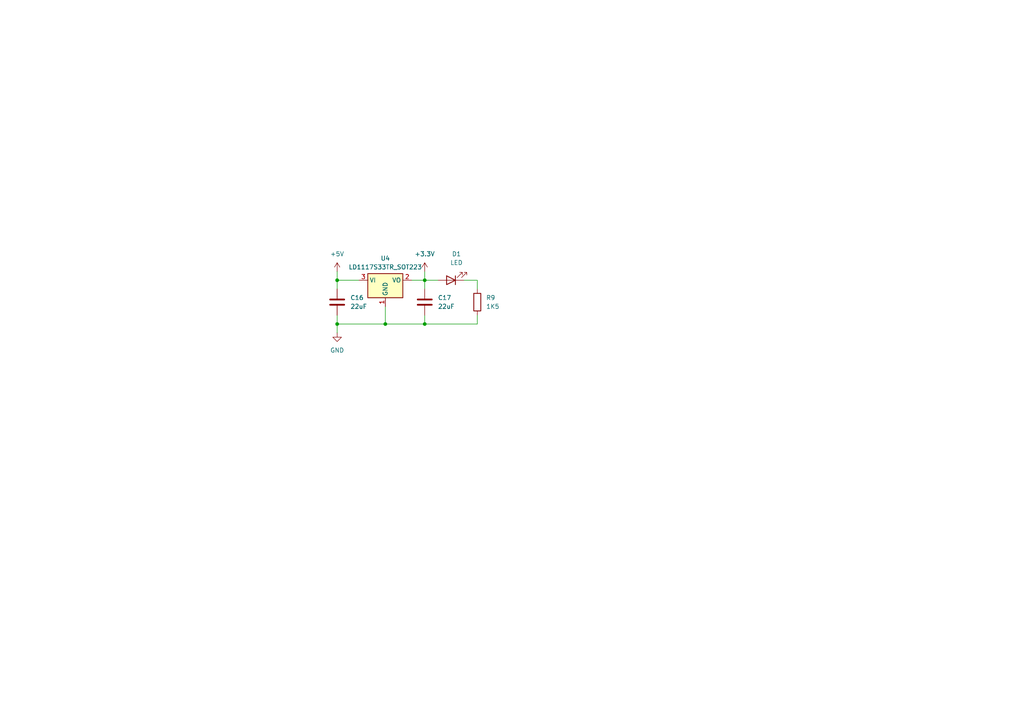
<source format=kicad_sch>
(kicad_sch (version 20231120) (generator "eeschema") (generator_version "8.0")
  (paper "A4")
  (lib_symbols
    (symbol "Device:C" (pin_numbers hide) (pin_names (offset 0.254))
      (property "Reference" "C" (at 0.635 2.54 0))
      (property "Value" "C" (at 0.635 -2.54 0))
      (symbol "C_0_1"
        (polyline (pts (xy -2.032 -0.762) (xy 2.032 -0.762)) (stroke (width 0.508)))
        (polyline (pts (xy -2.032 0.762) (xy 2.032 0.762)) (stroke (width 0.508)))
      )
      (symbol "C_1_1"
        (pin passive line (at 0 3.81 270) (length 2.794) (name "~") (number "1"))
        (pin passive line (at 0 -3.81 90) (length 2.794) (name "~") (number "2"))
      )
    )
    (symbol "Device:LED" (pin_numbers hide) (pin_names (offset 1.016) hide)
      (property "Reference" "D" (at 0 2.54 0))
      (property "Value" "LED" (at 0 -2.54 0))
      (symbol "LED_0_1"
        (polyline (pts (xy -1.27 -1.27) (xy -1.27 1.27)) (stroke (width 0.254)))
        (polyline (pts (xy -1.27 0) (xy 1.27 0)))
        (polyline (pts (xy 1.27 -1.27) (xy 1.27 1.27) (xy -1.27 0) (xy 1.27 -1.27)) (stroke (width 0.254)))
        (polyline (pts (xy -3.048 -0.762) (xy -4.572 -2.286) (xy -3.81 -2.286) (xy -4.572 -2.286) (xy -4.572 -1.524)))
        (polyline (pts (xy -1.778 -0.762) (xy -3.302 -2.286) (xy -2.54 -2.286) (xy -3.302 -2.286) (xy -3.302 -1.524)))
      )
      (symbol "LED_1_1"
        (pin passive line (at -3.81 0 0) (length 2.54) (name "K") (number "1"))
        (pin passive line (at 3.81 0 180) (length 2.54) (name "A") (number "2"))
      )
    )
    (symbol "Device:R" (pin_numbers hide) (pin_names (offset 0))
      (property "Reference" "R" (at 2.032 0 90))
      (property "Value" "R" (at 0 0 90))
      (symbol "R_0_1"
        (rectangle (start -1.016 -2.54) (end 1.016 2.54) (stroke (width 0.254)))
      )
      (symbol "R_1_1"
        (pin passive line (at 0 3.81 270) (length 1.27) (name "~") (number "1"))
        (pin passive line (at 0 -3.81 90) (length 1.27) (name "~") (number "2"))
      )
    )
    (symbol "Regulator_Linear:LD1117S33TR_SOT223"
      (property "Reference" "U" (at -3.81 3.175 0))
      (property "Value" "LD1117S33TR_SOT223" (at 0 3.175 0))
      (symbol "LD1117S33TR_SOT223_0_1"
        (rectangle (start -5.08 -5.08) (end 5.08 1.905) (stroke (width 0.254)) (fill (type background)))
      )
      (symbol "LD1117S33TR_SOT223_1_1"
        (pin power_in line (at 0 -7.62 90) (length 2.54) (name "GND") (number "1"))
        (pin power_out line (at 7.62 0 180) (length 2.54) (name "VO") (number "2"))
        (pin power_in line (at -7.62 0 0) (length 2.54) (name "VI") (number "3"))
      )
    )
    (symbol "power:+3.3V" (power) (pin_numbers hide) (pin_names (offset 0) hide)
      (property "Value" "+3.3V" (at 0 3.556 0))
      (symbol "+3.3V_0_1"
        (polyline (pts (xy -0.762 1.27) (xy 0 2.54)))
        (polyline (pts (xy 0 0) (xy 0 2.54)))
        (polyline (pts (xy 0 2.54) (xy 0.762 1.27)))
      )
      (symbol "+3.3V_1_1"
        (pin power_in line (at 0 0 90) (length 0) (name "~") (number "1"))
      )
    )
    (symbol "power:+5V" (power) (pin_numbers hide) (pin_names (offset 0) hide)
      (property "Value" "+5V" (at 0 3.556 0))
      (symbol "+5V_0_1"
        (polyline (pts (xy -0.762 1.27) (xy 0 2.54)))
        (polyline (pts (xy 0 0) (xy 0 2.54)))
        (polyline (pts (xy 0 2.54) (xy 0.762 1.27)))
      )
      (symbol "+5V_1_1"
        (pin power_in line (at 0 0 90) (length 0) (name "~") (number "1"))
      )
    )
    (symbol "power:GND" (power) (pin_numbers hide) (pin_names (offset 0) hide)
      (property "Value" "GND" (at 0 -3.81 0))
      (symbol "GND_0_1"
        (polyline (pts (xy 0 0) (xy 0 -1.27) (xy 1.27 -1.27) (xy 0 -2.54) (xy -1.27 -1.27) (xy 0 -1.27)))
      )
      (symbol "GND_1_1"
        (pin power_in line (at 0 0 270) (length 0) (name "~") (number "1"))
      )
    )
  )
  (junction (at 111.76 93.98))
  (junction (at 123.19 81.28))
  (junction (at 97.79 93.98))
  (junction (at 123.19 93.98))
  (junction (at 97.79 81.28))
  (wire (pts (xy 138.43 81.28) (xy 134.62 81.28)))
  (wire (pts (xy 123.19 81.28) (xy 119.38 81.28)))
  (wire (pts (xy 138.43 83.82) (xy 138.43 81.28)))
  (wire (pts (xy 138.43 93.98) (xy 138.43 91.44)))
  (wire (pts (xy 97.79 83.82) (xy 97.79 81.28)))
  (wire (pts (xy 111.76 93.98) (xy 123.19 93.98)))
  (wire (pts (xy 123.19 91.44) (xy 123.19 93.98)))
  (wire (pts (xy 97.79 93.98) (xy 97.79 91.44)))
  (wire (pts (xy 123.19 83.82) (xy 123.19 81.28)))
  (wire (pts (xy 111.76 93.98) (xy 97.79 93.98)))
  (wire (pts (xy 97.79 81.28) (xy 104.14 81.28)))
  (wire (pts (xy 123.19 78.74) (xy 123.19 81.28)))
  (wire (pts (xy 97.79 78.74) (xy 97.79 81.28)))
  (wire (pts (xy 123.19 93.98) (xy 138.43 93.98)))
  (wire (pts (xy 111.76 88.9) (xy 111.76 93.98)))
  (wire (pts (xy 97.79 96.52) (xy 97.79 93.98)))
  (wire (pts (xy 127 81.28) (xy 123.19 81.28)))
  (symbol (lib_id "Device:LED") (at 130.81 81.28 180) (unit 1)
    (property "Reference" "D1" (at 132.3975 73.66 0))
    (property "Value" "LED" (at 132.3975 76.2 0))
    (property "Description" "Light emitting diode" (effects (hide yes)))
  )
  (symbol (lib_id "power:GND") (at 97.79 96.52 0) (unit 1)
    (property "Reference" "#PWR016" (effects (hide yes)))
    (property "Value" "GND" (at 97.79 101.6 0))
    (property "Description" "Power symbol creates a global label with name \"GND\" , ground" (effects (hide yes)))
  )
  (symbol (lib_id "power:+3.3V") (at 123.19 78.74 0) (unit 1)
    (property "Reference" "#PWR017" (effects (hide yes)))
    (property "Value" "+3.3V" (at 123.19 73.66 0))
    (property "Description" "Power symbol creates a global label with name \"+3.3V\"" (effects (hide yes)))
  )
  (symbol (lib_id "power:+5V") (at 97.79 78.74 0) (unit 1)
    (property "Reference" "#PWR015" (effects (hide yes)))
    (property "Value" "+5V" (at 97.79 73.66 0))
    (property "Description" "Power symbol creates a global label with name \"+5V\"" (effects (hide yes)))
  )
  (symbol (lib_id "Device:C") (at 123.19 87.63 0) (unit 1)
    (property "Reference" "C17" (at 127 86.3599 0) (effects (justify left)))
    (property "Value" "22uF" (at 127 88.8999 0) (effects (justify left)))
    (property "Description" "Unpolarized capacitor" (effects (hide yes)))
  )
  (symbol (lib_id "Device:R") (at 138.43 87.63 0) (unit 1)
    (property "Reference" "R9" (at 140.97 86.3599 0) (effects (justify left)))
    (property "Value" "1K5" (at 140.97 88.8999 0) (effects (justify left)))
    (property "Description" "Resistor" (effects (hide yes)))
  )
  (symbol (lib_id "Regulator_Linear:LD1117S33TR_SOT223") (at 111.76 81.28 0) (unit 1)
    (property "Reference" "U4" (at 111.76 74.93 0))
    (property "Value" "LD1117S33TR_SOT223" (at 111.76 77.47 0))
    (property "Footprint" "Package_TO_SOT_SMD:SOT-223-3_TabPin2" (effects (hide yes)))
    (property "Datasheet" "http://www.st.com/st-web-ui/static/active/en/resource/technical/document/datasheet/CD00000544.pdf" (effects (hide yes)))
    (property "Description" "800mA Fixed Low Drop Positive Voltage Regulator, Fixed Output 3.3V, SOT-223" (effects (hide yes)))
  )
  (symbol (lib_id "Device:C") (at 97.79 87.63 0) (unit 1)
    (property "Reference" "C16" (at 101.6 86.3599 0) (effects (justify left)))
    (property "Value" "22uF" (at 101.6 88.8999 0) (effects (justify left)))
    (property "Description" "Unpolarized capacitor" (effects (hide yes)))
  )
)
</source>
